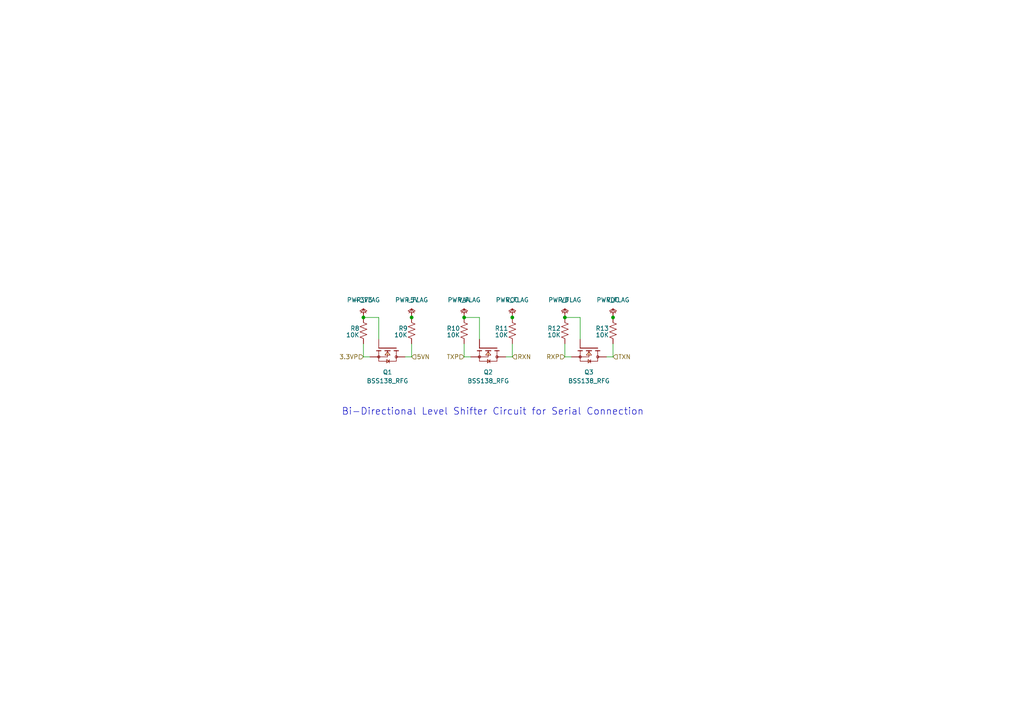
<source format=kicad_sch>
(kicad_sch (version 20211123) (generator eeschema)

  (uuid 4724f56c-af05-4571-86aa-e7b925445629)

  (paper "A4")

  (lib_symbols
    (symbol "BSS138_RFG:BSS138_RFG" (pin_numbers hide) (pin_names (offset 1.016) hide) (in_bom yes) (on_board yes)
      (property "Reference" "Q" (id 0) (at -8.89 2.54 0)
        (effects (font (size 1.27 1.27)) (justify left bottom))
      )
      (property "Value" "BSS138_RFG" (id 1) (at -8.89 -7.62 0)
        (effects (font (size 1.27 1.27)) (justify left bottom))
      )
      (property "Footprint" "TRANS_BSS138_RFG" (id 2) (at 0 0 0)
        (effects (font (size 1.27 1.27)) (justify left bottom) hide)
      )
      (property "Datasheet" "" (id 3) (at 0 0 0)
        (effects (font (size 1.27 1.27)) (justify left bottom) hide)
      )
      (property "PARTREV" "A2007" (id 4) (at 0 0 0)
        (effects (font (size 1.27 1.27)) (justify left bottom) hide)
      )
      (property "MANUFACTURER" "Taiwan Semiconductor" (id 5) (at 0 0 0)
        (effects (font (size 1.27 1.27)) (justify left bottom) hide)
      )
      (property "MAXIMUM_PACKAGE_HEIGHT" "1.15mm" (id 6) (at 0 0 0)
        (effects (font (size 1.27 1.27)) (justify left bottom) hide)
      )
      (property "STANDARD" "Manufacturer Recommendation" (id 7) (at 0 0 0)
        (effects (font (size 1.27 1.27)) (justify left bottom) hide)
      )
      (property "ki_locked" "" (id 8) (at 0 0 0)
        (effects (font (size 1.27 1.27)))
      )
      (symbol "BSS138_RFG_0_0"
        (polyline
          (pts
            (xy 0 2.54)
            (xy 0 -2.54)
          )
          (stroke (width 0.254) (type default) (color 0 0 0 0))
          (fill (type none))
        )
        (polyline
          (pts
            (xy 0.762 -2.54)
            (xy 0.762 -3.175)
          )
          (stroke (width 0.254) (type default) (color 0 0 0 0))
          (fill (type none))
        )
        (polyline
          (pts
            (xy 0.762 -1.905)
            (xy 0.762 -2.54)
          )
          (stroke (width 0.254) (type default) (color 0 0 0 0))
          (fill (type none))
        )
        (polyline
          (pts
            (xy 0.762 0)
            (xy 0.762 -0.762)
          )
          (stroke (width 0.254) (type default) (color 0 0 0 0))
          (fill (type none))
        )
        (polyline
          (pts
            (xy 0.762 0)
            (xy 2.54 0)
          )
          (stroke (width 0.1524) (type default) (color 0 0 0 0))
          (fill (type none))
        )
        (polyline
          (pts
            (xy 0.762 0.762)
            (xy 0.762 0)
          )
          (stroke (width 0.254) (type default) (color 0 0 0 0))
          (fill (type none))
        )
        (polyline
          (pts
            (xy 0.762 2.54)
            (xy 0.762 1.905)
          )
          (stroke (width 0.254) (type default) (color 0 0 0 0))
          (fill (type none))
        )
        (polyline
          (pts
            (xy 0.762 2.54)
            (xy 3.81 2.54)
          )
          (stroke (width 0.1524) (type default) (color 0 0 0 0))
          (fill (type none))
        )
        (polyline
          (pts
            (xy 0.762 3.175)
            (xy 0.762 2.54)
          )
          (stroke (width 0.254) (type default) (color 0 0 0 0))
          (fill (type none))
        )
        (polyline
          (pts
            (xy 2.54 -2.54)
            (xy 0.762 -2.54)
          )
          (stroke (width 0.1524) (type default) (color 0 0 0 0))
          (fill (type none))
        )
        (polyline
          (pts
            (xy 2.54 -2.54)
            (xy 3.81 -2.54)
          )
          (stroke (width 0.1524) (type default) (color 0 0 0 0))
          (fill (type none))
        )
        (polyline
          (pts
            (xy 2.54 0)
            (xy 2.54 -2.54)
          )
          (stroke (width 0.1524) (type default) (color 0 0 0 0))
          (fill (type none))
        )
        (polyline
          (pts
            (xy 3.81 0.508)
            (xy 3.302 0.508)
          )
          (stroke (width 0.1524) (type default) (color 0 0 0 0))
          (fill (type none))
        )
        (polyline
          (pts
            (xy 3.81 0.508)
            (xy 3.81 -2.54)
          )
          (stroke (width 0.1524) (type default) (color 0 0 0 0))
          (fill (type none))
        )
        (polyline
          (pts
            (xy 3.81 2.54)
            (xy 3.81 0.508)
          )
          (stroke (width 0.1524) (type default) (color 0 0 0 0))
          (fill (type none))
        )
        (polyline
          (pts
            (xy 4.318 0.508)
            (xy 3.81 0.508)
          )
          (stroke (width 0.1524) (type default) (color 0 0 0 0))
          (fill (type none))
        )
        (polyline
          (pts
            (xy 1.016 0)
            (xy 2.032 0.762)
            (xy 2.032 -0.762)
            (xy 1.016 0)
          )
          (stroke (width 0.1524) (type default) (color 0 0 0 0))
          (fill (type background))
        )
        (polyline
          (pts
            (xy 3.81 0.508)
            (xy 3.302 -0.254)
            (xy 4.318 -0.254)
            (xy 3.81 0.508)
          )
          (stroke (width 0.1524) (type default) (color 0 0 0 0))
          (fill (type background))
        )
        (circle (center 2.54 -2.54) (radius 0.3556)
          (stroke (width 0) (type default) (color 0 0 0 0))
          (fill (type none))
        )
        (circle (center 2.54 2.54) (radius 0.3556)
          (stroke (width 0) (type default) (color 0 0 0 0))
          (fill (type none))
        )
        (pin passive line (at -2.54 -2.54 0) (length 2.54)
          (name "~" (effects (font (size 1.016 1.016))))
          (number "1" (effects (font (size 1.016 1.016))))
        )
        (pin passive line (at 2.54 -5.08 90) (length 2.54)
          (name "~" (effects (font (size 1.016 1.016))))
          (number "2" (effects (font (size 1.016 1.016))))
        )
        (pin passive line (at 2.54 5.08 270) (length 2.54)
          (name "~" (effects (font (size 1.016 1.016))))
          (number "3" (effects (font (size 1.016 1.016))))
        )
      )
    )
    (symbol "Device:R_US" (pin_numbers hide) (pin_names (offset 0)) (in_bom yes) (on_board yes)
      (property "Reference" "R" (id 0) (at 2.54 0 90)
        (effects (font (size 1.27 1.27)))
      )
      (property "Value" "R_US" (id 1) (at -2.54 0 90)
        (effects (font (size 1.27 1.27)))
      )
      (property "Footprint" "" (id 2) (at 1.016 -0.254 90)
        (effects (font (size 1.27 1.27)) hide)
      )
      (property "Datasheet" "~" (id 3) (at 0 0 0)
        (effects (font (size 1.27 1.27)) hide)
      )
      (property "ki_keywords" "R res resistor" (id 4) (at 0 0 0)
        (effects (font (size 1.27 1.27)) hide)
      )
      (property "ki_description" "Resistor, US symbol" (id 5) (at 0 0 0)
        (effects (font (size 1.27 1.27)) hide)
      )
      (property "ki_fp_filters" "R_*" (id 6) (at 0 0 0)
        (effects (font (size 1.27 1.27)) hide)
      )
      (symbol "R_US_0_1"
        (polyline
          (pts
            (xy 0 -2.286)
            (xy 0 -2.54)
          )
          (stroke (width 0) (type default) (color 0 0 0 0))
          (fill (type none))
        )
        (polyline
          (pts
            (xy 0 2.286)
            (xy 0 2.54)
          )
          (stroke (width 0) (type default) (color 0 0 0 0))
          (fill (type none))
        )
        (polyline
          (pts
            (xy 0 -0.762)
            (xy 1.016 -1.143)
            (xy 0 -1.524)
            (xy -1.016 -1.905)
            (xy 0 -2.286)
          )
          (stroke (width 0) (type default) (color 0 0 0 0))
          (fill (type none))
        )
        (polyline
          (pts
            (xy 0 0.762)
            (xy 1.016 0.381)
            (xy 0 0)
            (xy -1.016 -0.381)
            (xy 0 -0.762)
          )
          (stroke (width 0) (type default) (color 0 0 0 0))
          (fill (type none))
        )
        (polyline
          (pts
            (xy 0 2.286)
            (xy 1.016 1.905)
            (xy 0 1.524)
            (xy -1.016 1.143)
            (xy 0 0.762)
          )
          (stroke (width 0) (type default) (color 0 0 0 0))
          (fill (type none))
        )
      )
      (symbol "R_US_1_1"
        (pin passive line (at 0 3.81 270) (length 1.27)
          (name "~" (effects (font (size 1.27 1.27))))
          (number "1" (effects (font (size 1.27 1.27))))
        )
        (pin passive line (at 0 -3.81 90) (length 1.27)
          (name "~" (effects (font (size 1.27 1.27))))
          (number "2" (effects (font (size 1.27 1.27))))
        )
      )
    )
    (symbol "power:+3.3V" (power) (pin_names (offset 0)) (in_bom yes) (on_board yes)
      (property "Reference" "#PWR" (id 0) (at 0 -3.81 0)
        (effects (font (size 1.27 1.27)) hide)
      )
      (property "Value" "+3.3V" (id 1) (at 0 3.556 0)
        (effects (font (size 1.27 1.27)))
      )
      (property "Footprint" "" (id 2) (at 0 0 0)
        (effects (font (size 1.27 1.27)) hide)
      )
      (property "Datasheet" "" (id 3) (at 0 0 0)
        (effects (font (size 1.27 1.27)) hide)
      )
      (property "ki_keywords" "power-flag" (id 4) (at 0 0 0)
        (effects (font (size 1.27 1.27)) hide)
      )
      (property "ki_description" "Power symbol creates a global label with name \"+3.3V\"" (id 5) (at 0 0 0)
        (effects (font (size 1.27 1.27)) hide)
      )
      (symbol "+3.3V_0_1"
        (polyline
          (pts
            (xy -0.762 1.27)
            (xy 0 2.54)
          )
          (stroke (width 0) (type default) (color 0 0 0 0))
          (fill (type none))
        )
        (polyline
          (pts
            (xy 0 0)
            (xy 0 2.54)
          )
          (stroke (width 0) (type default) (color 0 0 0 0))
          (fill (type none))
        )
        (polyline
          (pts
            (xy 0 2.54)
            (xy 0.762 1.27)
          )
          (stroke (width 0) (type default) (color 0 0 0 0))
          (fill (type none))
        )
      )
      (symbol "+3.3V_1_1"
        (pin power_in line (at 0 0 90) (length 0) hide
          (name "+3V3" (effects (font (size 1.27 1.27))))
          (number "1" (effects (font (size 1.27 1.27))))
        )
      )
    )
    (symbol "power:+5V" (power) (pin_names (offset 0)) (in_bom yes) (on_board yes)
      (property "Reference" "#PWR" (id 0) (at 0 -3.81 0)
        (effects (font (size 1.27 1.27)) hide)
      )
      (property "Value" "+5V" (id 1) (at 0 3.556 0)
        (effects (font (size 1.27 1.27)))
      )
      (property "Footprint" "" (id 2) (at 0 0 0)
        (effects (font (size 1.27 1.27)) hide)
      )
      (property "Datasheet" "" (id 3) (at 0 0 0)
        (effects (font (size 1.27 1.27)) hide)
      )
      (property "ki_keywords" "power-flag" (id 4) (at 0 0 0)
        (effects (font (size 1.27 1.27)) hide)
      )
      (property "ki_description" "Power symbol creates a global label with name \"+5V\"" (id 5) (at 0 0 0)
        (effects (font (size 1.27 1.27)) hide)
      )
      (symbol "+5V_0_1"
        (polyline
          (pts
            (xy -0.762 1.27)
            (xy 0 2.54)
          )
          (stroke (width 0) (type default) (color 0 0 0 0))
          (fill (type none))
        )
        (polyline
          (pts
            (xy 0 0)
            (xy 0 2.54)
          )
          (stroke (width 0) (type default) (color 0 0 0 0))
          (fill (type none))
        )
        (polyline
          (pts
            (xy 0 2.54)
            (xy 0.762 1.27)
          )
          (stroke (width 0) (type default) (color 0 0 0 0))
          (fill (type none))
        )
      )
      (symbol "+5V_1_1"
        (pin power_in line (at 0 0 90) (length 0) hide
          (name "+5V" (effects (font (size 1.27 1.27))))
          (number "1" (effects (font (size 1.27 1.27))))
        )
      )
    )
    (symbol "power:PWR_FLAG" (power) (pin_numbers hide) (pin_names (offset 0) hide) (in_bom yes) (on_board yes)
      (property "Reference" "#FLG" (id 0) (at 0 1.905 0)
        (effects (font (size 1.27 1.27)) hide)
      )
      (property "Value" "PWR_FLAG" (id 1) (at 0 3.81 0)
        (effects (font (size 1.27 1.27)))
      )
      (property "Footprint" "" (id 2) (at 0 0 0)
        (effects (font (size 1.27 1.27)) hide)
      )
      (property "Datasheet" "~" (id 3) (at 0 0 0)
        (effects (font (size 1.27 1.27)) hide)
      )
      (property "ki_keywords" "power-flag" (id 4) (at 0 0 0)
        (effects (font (size 1.27 1.27)) hide)
      )
      (property "ki_description" "Special symbol for telling ERC where power comes from" (id 5) (at 0 0 0)
        (effects (font (size 1.27 1.27)) hide)
      )
      (symbol "PWR_FLAG_0_0"
        (pin power_out line (at 0 0 90) (length 0)
          (name "pwr" (effects (font (size 1.27 1.27))))
          (number "1" (effects (font (size 1.27 1.27))))
        )
      )
      (symbol "PWR_FLAG_0_1"
        (polyline
          (pts
            (xy 0 0)
            (xy 0 1.27)
            (xy -1.016 1.905)
            (xy 0 2.54)
            (xy 1.016 1.905)
            (xy 0 1.27)
          )
          (stroke (width 0) (type default) (color 0 0 0 0))
          (fill (type none))
        )
      )
    )
    (symbol "power:VAA" (power) (pin_names (offset 0)) (in_bom yes) (on_board yes)
      (property "Reference" "#PWR" (id 0) (at 0 -3.81 0)
        (effects (font (size 1.27 1.27)) hide)
      )
      (property "Value" "VAA" (id 1) (at 0 3.81 0)
        (effects (font (size 1.27 1.27)))
      )
      (property "Footprint" "" (id 2) (at 0 0 0)
        (effects (font (size 1.27 1.27)) hide)
      )
      (property "Datasheet" "" (id 3) (at 0 0 0)
        (effects (font (size 1.27 1.27)) hide)
      )
      (property "ki_keywords" "power-flag" (id 4) (at 0 0 0)
        (effects (font (size 1.27 1.27)) hide)
      )
      (property "ki_description" "Power symbol creates a global label with name \"VAA\"" (id 5) (at 0 0 0)
        (effects (font (size 1.27 1.27)) hide)
      )
      (symbol "VAA_0_1"
        (polyline
          (pts
            (xy -0.762 1.27)
            (xy 0 2.54)
          )
          (stroke (width 0) (type default) (color 0 0 0 0))
          (fill (type none))
        )
        (polyline
          (pts
            (xy 0 0)
            (xy 0 2.54)
          )
          (stroke (width 0) (type default) (color 0 0 0 0))
          (fill (type none))
        )
        (polyline
          (pts
            (xy 0 2.54)
            (xy 0.762 1.27)
          )
          (stroke (width 0) (type default) (color 0 0 0 0))
          (fill (type none))
        )
      )
      (symbol "VAA_1_1"
        (pin power_in line (at 0 0 90) (length 0) hide
          (name "VAA" (effects (font (size 1.27 1.27))))
          (number "1" (effects (font (size 1.27 1.27))))
        )
      )
    )
    (symbol "power:VCC" (power) (pin_names (offset 0)) (in_bom yes) (on_board yes)
      (property "Reference" "#PWR" (id 0) (at 0 -3.81 0)
        (effects (font (size 1.27 1.27)) hide)
      )
      (property "Value" "VCC" (id 1) (at 0 3.81 0)
        (effects (font (size 1.27 1.27)))
      )
      (property "Footprint" "" (id 2) (at 0 0 0)
        (effects (font (size 1.27 1.27)) hide)
      )
      (property "Datasheet" "" (id 3) (at 0 0 0)
        (effects (font (size 1.27 1.27)) hide)
      )
      (property "ki_keywords" "power-flag" (id 4) (at 0 0 0)
        (effects (font (size 1.27 1.27)) hide)
      )
      (property "ki_description" "Power symbol creates a global label with name \"VCC\"" (id 5) (at 0 0 0)
        (effects (font (size 1.27 1.27)) hide)
      )
      (symbol "VCC_0_1"
        (polyline
          (pts
            (xy -0.762 1.27)
            (xy 0 2.54)
          )
          (stroke (width 0) (type default) (color 0 0 0 0))
          (fill (type none))
        )
        (polyline
          (pts
            (xy 0 0)
            (xy 0 2.54)
          )
          (stroke (width 0) (type default) (color 0 0 0 0))
          (fill (type none))
        )
        (polyline
          (pts
            (xy 0 2.54)
            (xy 0.762 1.27)
          )
          (stroke (width 0) (type default) (color 0 0 0 0))
          (fill (type none))
        )
      )
      (symbol "VCC_1_1"
        (pin power_in line (at 0 0 90) (length 0) hide
          (name "VCC" (effects (font (size 1.27 1.27))))
          (number "1" (effects (font (size 1.27 1.27))))
        )
      )
    )
    (symbol "power:VD" (power) (pin_names (offset 0)) (in_bom yes) (on_board yes)
      (property "Reference" "#PWR" (id 0) (at 0 -3.81 0)
        (effects (font (size 1.27 1.27)) hide)
      )
      (property "Value" "VD" (id 1) (at 0 3.81 0)
        (effects (font (size 1.27 1.27)))
      )
      (property "Footprint" "" (id 2) (at 0 0 0)
        (effects (font (size 1.27 1.27)) hide)
      )
      (property "Datasheet" "" (id 3) (at 0 0 0)
        (effects (font (size 1.27 1.27)) hide)
      )
      (property "ki_keywords" "power-flag" (id 4) (at 0 0 0)
        (effects (font (size 1.27 1.27)) hide)
      )
      (property "ki_description" "Power symbol creates a global label with name \"VD\"" (id 5) (at 0 0 0)
        (effects (font (size 1.27 1.27)) hide)
      )
      (symbol "VD_0_1"
        (polyline
          (pts
            (xy -0.762 1.27)
            (xy 0 2.54)
          )
          (stroke (width 0) (type default) (color 0 0 0 0))
          (fill (type none))
        )
        (polyline
          (pts
            (xy 0 0)
            (xy 0 2.54)
          )
          (stroke (width 0) (type default) (color 0 0 0 0))
          (fill (type none))
        )
        (polyline
          (pts
            (xy 0 2.54)
            (xy 0.762 1.27)
          )
          (stroke (width 0) (type default) (color 0 0 0 0))
          (fill (type none))
        )
      )
      (symbol "VD_1_1"
        (pin power_in line (at 0 0 90) (length 0) hide
          (name "VD" (effects (font (size 1.27 1.27))))
          (number "1" (effects (font (size 1.27 1.27))))
        )
      )
    )
    (symbol "power:VDC" (power) (pin_names (offset 0)) (in_bom yes) (on_board yes)
      (property "Reference" "#PWR" (id 0) (at 0 -2.54 0)
        (effects (font (size 1.27 1.27)) hide)
      )
      (property "Value" "VDC" (id 1) (at 0 6.35 0)
        (effects (font (size 1.27 1.27)))
      )
      (property "Footprint" "" (id 2) (at 0 0 0)
        (effects (font (size 1.27 1.27)) hide)
      )
      (property "Datasheet" "" (id 3) (at 0 0 0)
        (effects (font (size 1.27 1.27)) hide)
      )
      (property "ki_keywords" "power-flag" (id 4) (at 0 0 0)
        (effects (font (size 1.27 1.27)) hide)
      )
      (property "ki_description" "Power symbol creates a global label with name \"VDC\"" (id 5) (at 0 0 0)
        (effects (font (size 1.27 1.27)) hide)
      )
      (symbol "VDC_0_1"
        (polyline
          (pts
            (xy -0.762 1.27)
            (xy 0 2.54)
          )
          (stroke (width 0) (type default) (color 0 0 0 0))
          (fill (type none))
        )
        (polyline
          (pts
            (xy 0 0)
            (xy 0 2.54)
          )
          (stroke (width 0) (type default) (color 0 0 0 0))
          (fill (type none))
        )
        (polyline
          (pts
            (xy 0 2.54)
            (xy 0.762 1.27)
          )
          (stroke (width 0) (type default) (color 0 0 0 0))
          (fill (type none))
        )
      )
      (symbol "VDC_1_1"
        (pin power_in line (at 0 0 90) (length 0) hide
          (name "VDC" (effects (font (size 1.27 1.27))))
          (number "1" (effects (font (size 1.27 1.27))))
        )
      )
    )
  )

  (junction (at 119.38 92.075) (diameter 0) (color 0 0 0 0)
    (uuid 0beb4b36-9df8-4dbf-b2c7-6bfa18e0d8d8)
  )
  (junction (at 177.8 92.075) (diameter 0) (color 0 0 0 0)
    (uuid 2236a676-9ff9-4691-93ba-948c3478a6e3)
  )
  (junction (at 163.83 92.075) (diameter 0) (color 0 0 0 0)
    (uuid 2fdba3e4-5941-4029-9068-4bc7fcec05ae)
  )
  (junction (at 148.59 92.075) (diameter 0) (color 0 0 0 0)
    (uuid 8b6f88ba-6132-477d-b9f5-90519860722f)
  )
  (junction (at 105.41 92.075) (diameter 0) (color 0 0 0 0)
    (uuid c3e4a055-996c-4218-8416-2e3ee3e8bbbc)
  )
  (junction (at 134.62 92.075) (diameter 0) (color 0 0 0 0)
    (uuid e0696040-0de3-41ae-a703-0d26aeb3cdbf)
  )

  (wire (pts (xy 109.855 92.075) (xy 105.41 92.075))
    (stroke (width 0) (type default) (color 0 0 0 0))
    (uuid 0f9728bc-5756-464c-bbe4-4bcbd950ca85)
  )
  (wire (pts (xy 146.685 103.505) (xy 148.59 103.505))
    (stroke (width 0) (type default) (color 0 0 0 0))
    (uuid 10153ea1-16ab-4887-988a-17383db72bc5)
  )
  (wire (pts (xy 139.065 92.075) (xy 139.065 98.425))
    (stroke (width 0) (type default) (color 0 0 0 0))
    (uuid 261c3f16-c393-4616-9a1a-35a208835763)
  )
  (wire (pts (xy 117.475 103.505) (xy 119.38 103.505))
    (stroke (width 0) (type default) (color 0 0 0 0))
    (uuid 2d4064e5-98f4-4390-8379-2d229723a0e9)
  )
  (wire (pts (xy 134.62 92.075) (xy 139.065 92.075))
    (stroke (width 0) (type default) (color 0 0 0 0))
    (uuid 3c0a892c-b865-4f39-9ee1-01f1fb358cdd)
  )
  (wire (pts (xy 175.895 103.505) (xy 177.8 103.505))
    (stroke (width 0) (type default) (color 0 0 0 0))
    (uuid 441fdbb7-2575-4b50-8679-dbe845405ccc)
  )
  (wire (pts (xy 177.8 99.695) (xy 177.8 103.505))
    (stroke (width 0) (type default) (color 0 0 0 0))
    (uuid 5198383f-39a3-40c1-82f8-36bceecf37e4)
  )
  (wire (pts (xy 105.41 99.695) (xy 105.41 103.505))
    (stroke (width 0) (type default) (color 0 0 0 0))
    (uuid 7efa38ee-c70a-4e33-b54c-b89ece8ed708)
  )
  (wire (pts (xy 119.38 99.695) (xy 119.38 103.505))
    (stroke (width 0) (type default) (color 0 0 0 0))
    (uuid 92d23717-00d3-4e06-a335-f4c68183eb36)
  )
  (wire (pts (xy 134.62 99.695) (xy 134.62 103.505))
    (stroke (width 0) (type default) (color 0 0 0 0))
    (uuid 9edbbca9-9e3c-4d3e-926b-29f105815cd1)
  )
  (wire (pts (xy 163.83 92.075) (xy 168.275 92.075))
    (stroke (width 0) (type default) (color 0 0 0 0))
    (uuid a689ba91-0f8e-4bcc-abdd-af2f2636f193)
  )
  (wire (pts (xy 148.59 99.695) (xy 148.59 103.505))
    (stroke (width 0) (type default) (color 0 0 0 0))
    (uuid a8ad6db9-196d-4508-9fcc-041b966c82ec)
  )
  (wire (pts (xy 168.275 92.075) (xy 168.275 98.425))
    (stroke (width 0) (type default) (color 0 0 0 0))
    (uuid b4d6e53c-2611-43a9-ac26-0955e6258ef4)
  )
  (wire (pts (xy 105.41 103.505) (xy 107.315 103.505))
    (stroke (width 0) (type default) (color 0 0 0 0))
    (uuid c5ebe833-d37f-4eb0-aed0-11f27d169276)
  )
  (wire (pts (xy 109.855 98.425) (xy 109.855 92.075))
    (stroke (width 0) (type default) (color 0 0 0 0))
    (uuid c9e85c8c-5162-446c-b9ee-03535879f02d)
  )
  (wire (pts (xy 163.83 103.505) (xy 165.735 103.505))
    (stroke (width 0) (type default) (color 0 0 0 0))
    (uuid d513c065-e20e-4489-a322-1dd1211639ea)
  )
  (wire (pts (xy 134.62 103.505) (xy 136.525 103.505))
    (stroke (width 0) (type default) (color 0 0 0 0))
    (uuid e0864042-5136-4824-863c-ab0e6e31b86d)
  )
  (wire (pts (xy 163.83 99.695) (xy 163.83 103.505))
    (stroke (width 0) (type default) (color 0 0 0 0))
    (uuid ec77c7a2-ad23-4bb6-8407-272f73e64365)
  )

  (text "Bi-Directional Level Shifter Circuit for Serial Connection"
    (at 99.06 120.65 0)
    (effects (font (size 2 2)) (justify left bottom))
    (uuid 3c9abaaa-ad9d-4e1d-af92-583dfcb05c9f)
  )

  (hierarchical_label "RXN" (shape input) (at 148.59 103.505 0)
    (effects (font (size 1.27 1.27)) (justify left))
    (uuid 1cd79d80-add7-4759-8eb2-e89c105001a8)
  )
  (hierarchical_label "RXP" (shape input) (at 163.83 103.505 180)
    (effects (font (size 1.27 1.27)) (justify right))
    (uuid 7aabbec6-c2ac-40cc-8631-e4c07c6e7be9)
  )
  (hierarchical_label "TXP" (shape input) (at 134.62 103.505 180)
    (effects (font (size 1.27 1.27)) (justify right))
    (uuid e2c7e3ed-b277-44f2-91a3-0f56deda04e2)
  )
  (hierarchical_label "TXN" (shape input) (at 177.8 103.505 0)
    (effects (font (size 1.27 1.27)) (justify left))
    (uuid e357052e-7f47-4af5-b7fe-2af6c555647b)
  )
  (hierarchical_label "3.3VP" (shape input) (at 105.41 103.505 180)
    (effects (font (size 1.27 1.27)) (justify right))
    (uuid e4d05012-f562-4a16-95e3-bd1614c946a8)
  )
  (hierarchical_label "5VN" (shape input) (at 119.38 103.505 0)
    (effects (font (size 1.27 1.27)) (justify left))
    (uuid fccd2597-26e8-46ba-b3d5-da00de0868cb)
  )

  (symbol (lib_id "Device:R_US") (at 134.62 95.885 0) (unit 1)
    (in_bom yes) (on_board yes)
    (uuid 03d5d1c7-bc9c-4518-a04d-87798a500d64)
    (property "Reference" "R10" (id 0) (at 129.54 95.25 0)
      (effects (font (size 1.27 1.27)) (justify left))
    )
    (property "Value" "10K" (id 1) (at 129.54 97.155 0)
      (effects (font (size 1.27 1.27)) (justify left))
    )
    (property "Footprint" "Resistor_SMD:R_0805_2012Metric_Pad1.20x1.40mm_HandSolder" (id 2) (at 135.636 96.139 90)
      (effects (font (size 1.27 1.27)) hide)
    )
    (property "Datasheet" "~" (id 3) (at 134.62 95.885 0)
      (effects (font (size 1.27 1.27)) hide)
    )
    (pin "1" (uuid 5ad7d65b-8810-49e3-86b3-16840bd06d83))
    (pin "2" (uuid 31a5bf46-d9ad-406c-bc10-31f21741b2a7))
  )

  (symbol (lib_id "power:VDC") (at 177.8 92.075 0) (unit 1)
    (in_bom yes) (on_board yes)
    (uuid 08e875d3-7a37-4d02-b69f-954a7faaf62f)
    (property "Reference" "#PWR0122" (id 0) (at 177.8 94.615 0)
      (effects (font (size 1.27 1.27)) hide)
    )
    (property "Value" "VDC" (id 1) (at 177.8 86.995 0))
    (property "Footprint" "" (id 2) (at 177.8 92.075 0)
      (effects (font (size 1.27 1.27)) hide)
    )
    (property "Datasheet" "" (id 3) (at 177.8 92.075 0)
      (effects (font (size 1.27 1.27)) hide)
    )
    (pin "1" (uuid 68ec3100-a245-48fe-9290-5f82476a597a))
  )

  (symbol (lib_id "power:VD") (at 163.83 92.075 0) (unit 1)
    (in_bom yes) (on_board yes)
    (uuid 09be4d2a-a85e-4fc7-bd33-64682429c4b4)
    (property "Reference" "#PWR0123" (id 0) (at 163.83 95.885 0)
      (effects (font (size 1.27 1.27)) hide)
    )
    (property "Value" "VD" (id 1) (at 163.83 86.995 0))
    (property "Footprint" "" (id 2) (at 163.83 92.075 0)
      (effects (font (size 1.27 1.27)) hide)
    )
    (property "Datasheet" "" (id 3) (at 163.83 92.075 0)
      (effects (font (size 1.27 1.27)) hide)
    )
    (pin "1" (uuid e0ce0a73-e3f2-4ac3-9826-b31d79905071))
  )

  (symbol (lib_id "Device:R_US") (at 177.8 95.885 0) (unit 1)
    (in_bom yes) (on_board yes)
    (uuid 17fb6153-aa84-4b14-81c4-98c354ba8b3f)
    (property "Reference" "R13" (id 0) (at 172.72 95.25 0)
      (effects (font (size 1.27 1.27)) (justify left))
    )
    (property "Value" "10K" (id 1) (at 172.72 97.155 0)
      (effects (font (size 1.27 1.27)) (justify left))
    )
    (property "Footprint" "Resistor_SMD:R_0805_2012Metric_Pad1.20x1.40mm_HandSolder" (id 2) (at 178.816 96.139 90)
      (effects (font (size 1.27 1.27)) hide)
    )
    (property "Datasheet" "~" (id 3) (at 177.8 95.885 0)
      (effects (font (size 1.27 1.27)) hide)
    )
    (pin "1" (uuid de1a49e5-df62-4b53-ab30-dafa8b798348))
    (pin "2" (uuid 29c9249a-93aa-44c5-869b-e79b1b8c9bf0))
  )

  (symbol (lib_id "BSS138_RFG:BSS138_RFG") (at 112.395 100.965 270) (unit 1)
    (in_bom yes) (on_board yes) (fields_autoplaced)
    (uuid 1df76c25-9f44-41f3-bb98-7c4fdb84ba20)
    (property "Reference" "Q1" (id 0) (at 112.395 107.95 90))
    (property "Value" "BSS138_RFG" (id 1) (at 112.395 110.49 90))
    (property "Footprint" ".pretty:TRANS_BSS138_RFG" (id 2) (at 112.395 100.965 0)
      (effects (font (size 1.27 1.27)) (justify left bottom) hide)
    )
    (property "Datasheet" "https://www.mouser.com/datasheet/2/395/BSS138_A2007-2064302.pdf" (id 3) (at 112.395 100.965 0)
      (effects (font (size 1.27 1.27)) (justify left bottom) hide)
    )
    (property "Order" "https://www.mouser.com/ProductDetail/Taiwan-Semiconductor/BSS138-RFG?qs=CiayqK2gdcIdWgbW3EO6bQ%3D%3D&mgh=1" (id 4) (at 112.395 100.965 90)
      (effects (font (size 1.27 1.27)) hide)
    )
    (pin "1" (uuid e43ed682-03ec-4559-aeda-d858104bd6e5))
    (pin "2" (uuid 6795eb47-4deb-42df-8c3e-ae26885ba60a))
    (pin "3" (uuid 78094db7-f4e4-4783-bd4f-af20b8322589))
  )

  (symbol (lib_id "power:VCC") (at 148.59 92.075 0) (unit 1)
    (in_bom yes) (on_board yes)
    (uuid 23a48c58-1851-4aad-ac78-f55a61c90386)
    (property "Reference" "#PWR0121" (id 0) (at 148.59 95.885 0)
      (effects (font (size 1.27 1.27)) hide)
    )
    (property "Value" "VCC" (id 1) (at 148.59 86.995 0))
    (property "Footprint" "" (id 2) (at 148.59 92.075 0)
      (effects (font (size 1.27 1.27)) hide)
    )
    (property "Datasheet" "" (id 3) (at 148.59 92.075 0)
      (effects (font (size 1.27 1.27)) hide)
    )
    (pin "1" (uuid 5cbaf3df-5cf2-4984-a081-987c0af87dd7))
  )

  (symbol (lib_id "Device:R_US") (at 148.59 95.885 0) (unit 1)
    (in_bom yes) (on_board yes)
    (uuid 2469ac46-910a-4f2c-be0d-1e4f21642fe5)
    (property "Reference" "R11" (id 0) (at 143.51 95.25 0)
      (effects (font (size 1.27 1.27)) (justify left))
    )
    (property "Value" "10K" (id 1) (at 143.51 97.155 0)
      (effects (font (size 1.27 1.27)) (justify left))
    )
    (property "Footprint" "Resistor_SMD:R_0805_2012Metric_Pad1.20x1.40mm_HandSolder" (id 2) (at 149.606 96.139 90)
      (effects (font (size 1.27 1.27)) hide)
    )
    (property "Datasheet" "~" (id 3) (at 148.59 95.885 0)
      (effects (font (size 1.27 1.27)) hide)
    )
    (pin "1" (uuid a3577492-493f-45c3-a2e9-bc8b5e2eeb18))
    (pin "2" (uuid cc32b796-3c49-4462-8c58-9c487f41785b))
  )

  (symbol (lib_id "BSS138_RFG:BSS138_RFG") (at 141.605 100.965 270) (unit 1)
    (in_bom yes) (on_board yes) (fields_autoplaced)
    (uuid 27ab5ff0-eea3-470d-962f-67c9faa1d03d)
    (property "Reference" "Q2" (id 0) (at 141.605 107.95 90))
    (property "Value" "BSS138_RFG" (id 1) (at 141.605 110.49 90))
    (property "Footprint" ".pretty:TRANS_BSS138_RFG" (id 2) (at 141.605 100.965 0)
      (effects (font (size 1.27 1.27)) (justify left bottom) hide)
    )
    (property "Datasheet" "https://www.mouser.com/datasheet/2/395/BSS138_A2007-2064302.pdf" (id 3) (at 141.605 100.965 0)
      (effects (font (size 1.27 1.27)) (justify left bottom) hide)
    )
    (property "Order" "https://www.mouser.com/ProductDetail/Taiwan-Semiconductor/BSS138-RFG?qs=CiayqK2gdcIdWgbW3EO6bQ%3D%3D&mgh=1" (id 4) (at 141.605 100.965 90)
      (effects (font (size 1.27 1.27)) hide)
    )
    (pin "1" (uuid 355ca609-b7fc-4a62-ae88-d135adc19b0c))
    (pin "2" (uuid ea8d3744-1b73-408f-b15c-83d3ba8ed88e))
    (pin "3" (uuid 4c79dbf3-1235-4131-8ae0-e87308300810))
  )

  (symbol (lib_id "power:PWR_FLAG") (at 177.8 92.075 0) (unit 1)
    (in_bom yes) (on_board yes) (fields_autoplaced)
    (uuid 328bba90-c0b4-457d-9ad3-f7a1739bbc96)
    (property "Reference" "#FLG0108" (id 0) (at 177.8 90.17 0)
      (effects (font (size 1.27 1.27)) hide)
    )
    (property "Value" "PWR_FLAG" (id 1) (at 177.8 86.995 0))
    (property "Footprint" "" (id 2) (at 177.8 92.075 0)
      (effects (font (size 1.27 1.27)) hide)
    )
    (property "Datasheet" "~" (id 3) (at 177.8 92.075 0)
      (effects (font (size 1.27 1.27)) hide)
    )
    (pin "1" (uuid 7e5d2463-44aa-4d0b-98db-af9496bcf96c))
  )

  (symbol (lib_id "power:PWR_FLAG") (at 163.83 92.075 0) (unit 1)
    (in_bom yes) (on_board yes) (fields_autoplaced)
    (uuid 41b69d10-3a30-44c0-8a1e-2551c565103a)
    (property "Reference" "#FLG0109" (id 0) (at 163.83 90.17 0)
      (effects (font (size 1.27 1.27)) hide)
    )
    (property "Value" "PWR_FLAG" (id 1) (at 163.83 86.995 0))
    (property "Footprint" "" (id 2) (at 163.83 92.075 0)
      (effects (font (size 1.27 1.27)) hide)
    )
    (property "Datasheet" "~" (id 3) (at 163.83 92.075 0)
      (effects (font (size 1.27 1.27)) hide)
    )
    (pin "1" (uuid c66292d1-272e-4b3f-9a38-47ceebe2d33f))
  )

  (symbol (lib_id "power:PWR_FLAG") (at 134.62 92.075 0) (unit 1)
    (in_bom yes) (on_board yes) (fields_autoplaced)
    (uuid 478b9888-af60-4424-b842-ab265a20a766)
    (property "Reference" "#FLG0106" (id 0) (at 134.62 90.17 0)
      (effects (font (size 1.27 1.27)) hide)
    )
    (property "Value" "PWR_FLAG" (id 1) (at 134.62 86.995 0))
    (property "Footprint" "" (id 2) (at 134.62 92.075 0)
      (effects (font (size 1.27 1.27)) hide)
    )
    (property "Datasheet" "~" (id 3) (at 134.62 92.075 0)
      (effects (font (size 1.27 1.27)) hide)
    )
    (pin "1" (uuid 65bf55f8-2125-46fd-ab6c-092f8cedf1c1))
  )

  (symbol (lib_id "power:VAA") (at 134.62 92.075 0) (unit 1)
    (in_bom yes) (on_board yes)
    (uuid 4b064df2-c21e-470e-a408-c43df43cd918)
    (property "Reference" "#PWR0120" (id 0) (at 134.62 95.885 0)
      (effects (font (size 1.27 1.27)) hide)
    )
    (property "Value" "VAA" (id 1) (at 134.62 86.995 0))
    (property "Footprint" "" (id 2) (at 134.62 92.075 0)
      (effects (font (size 1.27 1.27)) hide)
    )
    (property "Datasheet" "" (id 3) (at 134.62 92.075 0)
      (effects (font (size 1.27 1.27)) hide)
    )
    (pin "1" (uuid c48a50bc-be48-4c34-a5ab-64878aed32f8))
  )

  (symbol (lib_id "power:+3.3V") (at 105.41 92.075 0) (unit 1)
    (in_bom yes) (on_board yes)
    (uuid 5eb6664f-8581-4539-b963-8b7278e419e4)
    (property "Reference" "#PWR0119" (id 0) (at 105.41 95.885 0)
      (effects (font (size 1.27 1.27)) hide)
    )
    (property "Value" "+3.3V" (id 1) (at 105.41 86.995 0))
    (property "Footprint" "" (id 2) (at 105.41 92.075 0)
      (effects (font (size 1.27 1.27)) hide)
    )
    (property "Datasheet" "" (id 3) (at 105.41 92.075 0)
      (effects (font (size 1.27 1.27)) hide)
    )
    (pin "1" (uuid be4175f8-8467-41fe-8ffa-dad9c04c2893))
  )

  (symbol (lib_id "BSS138_RFG:BSS138_RFG") (at 170.815 100.965 270) (unit 1)
    (in_bom yes) (on_board yes) (fields_autoplaced)
    (uuid 6ecbab54-6e67-4619-ba4c-072c1bdb8a6f)
    (property "Reference" "Q3" (id 0) (at 170.815 107.95 90))
    (property "Value" "BSS138_RFG" (id 1) (at 170.815 110.49 90))
    (property "Footprint" ".pretty:TRANS_BSS138_RFG" (id 2) (at 170.815 100.965 0)
      (effects (font (size 1.27 1.27)) (justify left bottom) hide)
    )
    (property "Datasheet" "https://www.mouser.com/datasheet/2/395/BSS138_A2007-2064302.pdf" (id 3) (at 170.815 100.965 0)
      (effects (font (size 1.27 1.27)) (justify left bottom) hide)
    )
    (property "Order" "https://www.mouser.com/ProductDetail/Taiwan-Semiconductor/BSS138-RFG?qs=CiayqK2gdcIdWgbW3EO6bQ%3D%3D&mgh=1" (id 4) (at 170.815 100.965 90)
      (effects (font (size 1.27 1.27)) hide)
    )
    (pin "1" (uuid 1fc4bc6c-6b1a-4873-b4c6-89f3ab84cac4))
    (pin "2" (uuid 8b5e0e0e-a2ea-45b7-a56d-79d38db0e3f0))
    (pin "3" (uuid 0daa0f86-7e97-44d7-8e21-b4e0000e8ca5))
  )

  (symbol (lib_id "power:PWR_FLAG") (at 105.41 92.075 0) (unit 1)
    (in_bom yes) (on_board yes)
    (uuid 83a9f679-e1f3-4593-8827-5f5e89d70eaf)
    (property "Reference" "#FLG0105" (id 0) (at 105.41 90.17 0)
      (effects (font (size 1.27 1.27)) hide)
    )
    (property "Value" "PWR_FLAG" (id 1) (at 105.41 86.995 0))
    (property "Footprint" "" (id 2) (at 105.41 92.075 0)
      (effects (font (size 1.27 1.27)) hide)
    )
    (property "Datasheet" "~" (id 3) (at 105.41 92.075 0)
      (effects (font (size 1.27 1.27)) hide)
    )
    (pin "1" (uuid 5d87f90d-8146-4b7a-bdb7-b199d2c1c299))
  )

  (symbol (lib_id "power:PWR_FLAG") (at 119.38 92.075 0) (unit 1)
    (in_bom yes) (on_board yes) (fields_autoplaced)
    (uuid 8431275c-20f8-44c5-b8de-e1d08fb94e8f)
    (property "Reference" "#FLG0104" (id 0) (at 119.38 90.17 0)
      (effects (font (size 1.27 1.27)) hide)
    )
    (property "Value" "PWR_FLAG" (id 1) (at 119.38 86.995 0))
    (property "Footprint" "" (id 2) (at 119.38 92.075 0)
      (effects (font (size 1.27 1.27)) hide)
    )
    (property "Datasheet" "~" (id 3) (at 119.38 92.075 0)
      (effects (font (size 1.27 1.27)) hide)
    )
    (pin "1" (uuid 2d84f2a7-c9ec-41b6-b2ce-fc1650f4cdef))
  )

  (symbol (lib_id "power:+5V") (at 119.38 92.075 0) (unit 1)
    (in_bom yes) (on_board yes)
    (uuid 8bead41d-a0dd-465c-8d91-7e99cf899bc2)
    (property "Reference" "#PWR0118" (id 0) (at 119.38 95.885 0)
      (effects (font (size 1.27 1.27)) hide)
    )
    (property "Value" "+5V" (id 1) (at 119.38 86.995 0))
    (property "Footprint" "" (id 2) (at 119.38 92.075 0)
      (effects (font (size 1.27 1.27)) hide)
    )
    (property "Datasheet" "" (id 3) (at 119.38 92.075 0)
      (effects (font (size 1.27 1.27)) hide)
    )
    (pin "1" (uuid 4a150d1b-f31d-497a-bcf1-ba9844a6f868))
  )

  (symbol (lib_id "power:PWR_FLAG") (at 148.59 92.075 0) (unit 1)
    (in_bom yes) (on_board yes) (fields_autoplaced)
    (uuid a27307d7-447c-4510-ab4e-ed44439e7d3d)
    (property "Reference" "#FLG0107" (id 0) (at 148.59 90.17 0)
      (effects (font (size 1.27 1.27)) hide)
    )
    (property "Value" "PWR_FLAG" (id 1) (at 148.59 86.995 0))
    (property "Footprint" "" (id 2) (at 148.59 92.075 0)
      (effects (font (size 1.27 1.27)) hide)
    )
    (property "Datasheet" "~" (id 3) (at 148.59 92.075 0)
      (effects (font (size 1.27 1.27)) hide)
    )
    (pin "1" (uuid bd2f7ffd-9a99-453d-8d56-9eae9da7ca77))
  )

  (symbol (lib_id "Device:R_US") (at 105.41 95.885 0) (unit 1)
    (in_bom yes) (on_board yes)
    (uuid a4e418e9-b915-40c4-b640-764c57987575)
    (property "Reference" "R8" (id 0) (at 101.6 95.25 0)
      (effects (font (size 1.27 1.27)) (justify left))
    )
    (property "Value" "10K" (id 1) (at 100.33 97.155 0)
      (effects (font (size 1.27 1.27)) (justify left))
    )
    (property "Footprint" "Resistor_SMD:R_0805_2012Metric_Pad1.20x1.40mm_HandSolder" (id 2) (at 106.426 96.139 90)
      (effects (font (size 1.27 1.27)) hide)
    )
    (property "Datasheet" "~" (id 3) (at 105.41 95.885 0)
      (effects (font (size 1.27 1.27)) hide)
    )
    (pin "1" (uuid 3ff21793-7f9b-4f90-8087-cf8ef59ba71c))
    (pin "2" (uuid 1d2ffff9-4b14-4090-90e9-671bc4da6160))
  )

  (symbol (lib_id "Device:R_US") (at 119.38 95.885 0) (unit 1)
    (in_bom yes) (on_board yes)
    (uuid c388ecfe-a7ae-4412-a8b8-205459cfd1e5)
    (property "Reference" "R9" (id 0) (at 115.57 95.25 0)
      (effects (font (size 1.27 1.27)) (justify left))
    )
    (property "Value" "10K" (id 1) (at 114.3 97.155 0)
      (effects (font (size 1.27 1.27)) (justify left))
    )
    (property "Footprint" "Resistor_SMD:R_0805_2012Metric_Pad1.20x1.40mm_HandSolder" (id 2) (at 120.396 96.139 90)
      (effects (font (size 1.27 1.27)) hide)
    )
    (property "Datasheet" "~" (id 3) (at 119.38 95.885 0)
      (effects (font (size 1.27 1.27)) hide)
    )
    (pin "1" (uuid a83a5d9f-5b80-4e6e-9289-7990edc543ae))
    (pin "2" (uuid 3c8b9a9b-2d5d-4c0f-962a-060d4d2a3b1f))
  )

  (symbol (lib_id "Device:R_US") (at 163.83 95.885 0) (unit 1)
    (in_bom yes) (on_board yes)
    (uuid ce172d0c-d985-41bf-80d7-d745315cddd5)
    (property "Reference" "R12" (id 0) (at 158.75 95.25 0)
      (effects (font (size 1.27 1.27)) (justify left))
    )
    (property "Value" "10K" (id 1) (at 158.75 97.155 0)
      (effects (font (size 1.27 1.27)) (justify left))
    )
    (property "Footprint" "Resistor_SMD:R_0805_2012Metric_Pad1.20x1.40mm_HandSolder" (id 2) (at 164.846 96.139 90)
      (effects (font (size 1.27 1.27)) hide)
    )
    (property "Datasheet" "~" (id 3) (at 163.83 95.885 0)
      (effects (font (size 1.27 1.27)) hide)
    )
    (pin "1" (uuid ca921fe0-c9bf-4aaf-ba11-0f3e2d6b44eb))
    (pin "2" (uuid be79757d-a021-45d5-824d-8ededfd076fc))
  )
)

</source>
